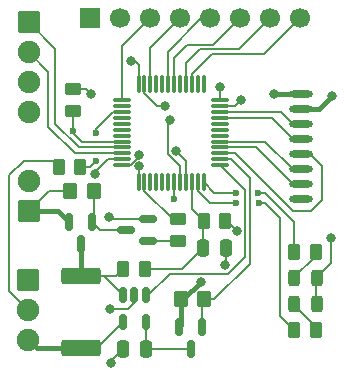
<source format=gbr>
%TF.GenerationSoftware,KiCad,Pcbnew,9.0.1*%
%TF.CreationDate,2025-08-27T22:57:26+02:00*%
%TF.ProjectId,ventilation,76656e74-696c-4617-9469-6f6e2e6b6963,rev?*%
%TF.SameCoordinates,Original*%
%TF.FileFunction,Copper,L1,Top*%
%TF.FilePolarity,Positive*%
%FSLAX46Y46*%
G04 Gerber Fmt 4.6, Leading zero omitted, Abs format (unit mm)*
G04 Created by KiCad (PCBNEW 9.0.1) date 2025-08-27 22:57:26*
%MOMM*%
%LPD*%
G01*
G04 APERTURE LIST*
G04 Aperture macros list*
%AMRoundRect*
0 Rectangle with rounded corners*
0 $1 Rounding radius*
0 $2 $3 $4 $5 $6 $7 $8 $9 X,Y pos of 4 corners*
0 Add a 4 corners polygon primitive as box body*
4,1,4,$2,$3,$4,$5,$6,$7,$8,$9,$2,$3,0*
0 Add four circle primitives for the rounded corners*
1,1,$1+$1,$2,$3*
1,1,$1+$1,$4,$5*
1,1,$1+$1,$6,$7*
1,1,$1+$1,$8,$9*
0 Add four rect primitives between the rounded corners*
20,1,$1+$1,$2,$3,$4,$5,0*
20,1,$1+$1,$4,$5,$6,$7,0*
20,1,$1+$1,$6,$7,$8,$9,0*
20,1,$1+$1,$8,$9,$2,$3,0*%
G04 Aperture macros list end*
%TA.AperFunction,SMDPad,CuDef*%
%ADD10RoundRect,0.250000X0.262500X0.450000X-0.262500X0.450000X-0.262500X-0.450000X0.262500X-0.450000X0*%
%TD*%
%TA.AperFunction,ComponentPad*%
%ADD11RoundRect,0.285750X-0.666750X-0.666750X0.666750X-0.666750X0.666750X0.666750X-0.666750X0.666750X0*%
%TD*%
%TA.AperFunction,ComponentPad*%
%ADD12C,1.905000*%
%TD*%
%TA.AperFunction,SMDPad,CuDef*%
%ADD13RoundRect,0.243750X-0.243750X-0.456250X0.243750X-0.456250X0.243750X0.456250X-0.243750X0.456250X0*%
%TD*%
%TA.AperFunction,SMDPad,CuDef*%
%ADD14RoundRect,0.150000X-0.150000X0.512500X-0.150000X-0.512500X0.150000X-0.512500X0.150000X0.512500X0*%
%TD*%
%TA.AperFunction,SMDPad,CuDef*%
%ADD15RoundRect,0.150000X-0.150000X0.587500X-0.150000X-0.587500X0.150000X-0.587500X0.150000X0.587500X0*%
%TD*%
%TA.AperFunction,SMDPad,CuDef*%
%ADD16RoundRect,0.150000X0.587500X0.150000X-0.587500X0.150000X-0.587500X-0.150000X0.587500X-0.150000X0*%
%TD*%
%TA.AperFunction,ComponentPad*%
%ADD17R,1.700000X1.700000*%
%TD*%
%TA.AperFunction,ComponentPad*%
%ADD18C,1.700000*%
%TD*%
%TA.AperFunction,SMDPad,CuDef*%
%ADD19RoundRect,0.250000X0.250000X0.475000X-0.250000X0.475000X-0.250000X-0.475000X0.250000X-0.475000X0*%
%TD*%
%TA.AperFunction,SMDPad,CuDef*%
%ADD20RoundRect,0.250000X-0.350000X-0.450000X0.350000X-0.450000X0.350000X0.450000X-0.350000X0.450000X0*%
%TD*%
%TA.AperFunction,SMDPad,CuDef*%
%ADD21RoundRect,0.250000X-0.450000X0.262500X-0.450000X-0.262500X0.450000X-0.262500X0.450000X0.262500X0*%
%TD*%
%TA.AperFunction,SMDPad,CuDef*%
%ADD22RoundRect,0.249999X1.425001X-0.450001X1.425001X0.450001X-1.425001X0.450001X-1.425001X-0.450001X0*%
%TD*%
%TA.AperFunction,SMDPad,CuDef*%
%ADD23O,2.000000X0.600000*%
%TD*%
%TA.AperFunction,SMDPad,CuDef*%
%ADD24RoundRect,0.250000X0.450000X-0.262500X0.450000X0.262500X-0.450000X0.262500X-0.450000X-0.262500X0*%
%TD*%
%TA.AperFunction,SMDPad,CuDef*%
%ADD25RoundRect,0.250000X0.350000X0.450000X-0.350000X0.450000X-0.350000X-0.450000X0.350000X-0.450000X0*%
%TD*%
%TA.AperFunction,SMDPad,CuDef*%
%ADD26RoundRect,0.075000X0.075000X-0.662500X0.075000X0.662500X-0.075000X0.662500X-0.075000X-0.662500X0*%
%TD*%
%TA.AperFunction,SMDPad,CuDef*%
%ADD27RoundRect,0.075000X0.662500X-0.075000X0.662500X0.075000X-0.662500X0.075000X-0.662500X-0.075000X0*%
%TD*%
%TA.AperFunction,SMDPad,CuDef*%
%ADD28RoundRect,0.250000X-0.250000X-0.475000X0.250000X-0.475000X0.250000X0.475000X-0.250000X0.475000X0*%
%TD*%
%TA.AperFunction,SMDPad,CuDef*%
%ADD29RoundRect,0.250000X-0.262500X-0.450000X0.262500X-0.450000X0.262500X0.450000X-0.262500X0.450000X0*%
%TD*%
%TA.AperFunction,ViaPad*%
%ADD30C,0.800000*%
%TD*%
%TA.AperFunction,ViaPad*%
%ADD31C,0.600000*%
%TD*%
%TA.AperFunction,Conductor*%
%ADD32C,0.200000*%
%TD*%
%TA.AperFunction,Conductor*%
%ADD33C,0.400000*%
%TD*%
G04 APERTURE END LIST*
D10*
%TO.P,R5,1*%
%TO.N,/LED_GREEN_R*%
X185637500Y-94400000D03*
%TO.P,R5,2*%
%TO.N,/LED_GREEN*%
X183812500Y-94400000D03*
%TD*%
D11*
%TO.P,J5,1,Pin_1*%
%TO.N,GND*%
X161300000Y-96745000D03*
D12*
%TO.P,J5,2,Pin_2*%
%TO.N,/SIG_SERVO*%
X161300000Y-99285000D03*
%TO.P,J5,3,Pin_3*%
%TO.N,/SHUNT_N*%
X161300000Y-101825000D03*
%TD*%
D13*
%TO.P,D2,1,K*%
%TO.N,/LED_GREEN_R*%
X183827500Y-96585000D03*
%TO.P,D2,2,A*%
%TO.N,+3V3*%
X185702500Y-96585000D03*
%TD*%
D14*
%TO.P,U3,1*%
%TO.N,/INA_OUT*%
X171225000Y-98025000D03*
%TO.P,U3,2,GND*%
%TO.N,GND*%
X170275000Y-98025000D03*
%TO.P,U3,3,+*%
%TO.N,/SHUNT_P*%
X169325000Y-98025000D03*
%TO.P,U3,4,-*%
%TO.N,/SHUNT_N*%
X169325000Y-100300000D03*
%TO.P,U3,5,V+*%
%TO.N,/INA_VCC*%
X171225000Y-100300000D03*
%TD*%
D10*
%TO.P,R7,1*%
%TO.N,/ADC_V_EXT*%
X171175000Y-95825000D03*
%TO.P,R7,2*%
%TO.N,/SHUNT_P*%
X169350000Y-95825000D03*
%TD*%
D15*
%TO.P,Q1,1,G*%
%TO.N,/G_FET*%
X166675000Y-91825000D03*
%TO.P,Q1,2,S*%
%TO.N,+BATT*%
X164775000Y-91825000D03*
%TO.P,Q1,3,D*%
%TO.N,/SHUNT_P*%
X165725000Y-93700000D03*
%TD*%
D16*
%TO.P,Q2,1,B*%
%TO.N,/B_NPN*%
X171450000Y-93475000D03*
%TO.P,Q2,2,E*%
%TO.N,GND*%
X171450000Y-91575000D03*
%TO.P,Q2,3,C*%
%TO.N,/G_FET*%
X169575000Y-92525000D03*
%TD*%
D17*
%TO.P,J4,1,Pin_1*%
%TO.N,GND*%
X166500000Y-74600000D03*
D18*
%TO.P,J4,2,Pin_2*%
%TO.N,+3V3*%
X169040000Y-74600000D03*
%TO.P,J4,3,Pin_3*%
%TO.N,/SWCLK*%
X171580000Y-74600000D03*
%TO.P,J4,4,Pin_4*%
%TO.N,/SWDIO*%
X174120000Y-74600000D03*
%TO.P,J4,5,Pin_5*%
%TO.N,/USART1_RX*%
X176660000Y-74600000D03*
%TO.P,J4,6,Pin_6*%
%TO.N,/USART1_TX*%
X179200000Y-74600000D03*
%TO.P,J4,7,Pin_7*%
%TO.N,/PB15*%
X181740000Y-74600000D03*
%TO.P,J4,8,Pin_8*%
%TO.N,/PB14*%
X184280000Y-74600000D03*
%TD*%
D19*
%TO.P,C9,1*%
%TO.N,GND*%
X178025000Y-94025000D03*
%TO.P,C9,2*%
%TO.N,/ADC_V_EXT*%
X176125000Y-94025000D03*
%TD*%
D20*
%TO.P,R16,1*%
%TO.N,+3V3*%
X174200000Y-98400000D03*
%TO.P,R16,2*%
%TO.N,/SW_I_SERVO*%
X176200000Y-98400000D03*
%TD*%
D13*
%TO.P,D1,1,K*%
%TO.N,/LED_RED_R*%
X183827500Y-98815000D03*
%TO.P,D1,2,A*%
%TO.N,+3V3*%
X185702500Y-98815000D03*
%TD*%
D12*
%TO.P,J1,1,Pin_1*%
%TO.N,GND*%
X161325000Y-88360000D03*
D11*
%TO.P,J1,2,Pin_2*%
%TO.N,+BATT*%
X161325000Y-90900000D03*
%TD*%
D21*
%TO.P,R6,1*%
%TO.N,/SW_SERVO*%
X174000000Y-91587500D03*
%TO.P,R6,2*%
%TO.N,/B_NPN*%
X174000000Y-93412500D03*
%TD*%
D10*
%TO.P,R8,1*%
%TO.N,GND*%
X177975000Y-91750000D03*
%TO.P,R8,2*%
%TO.N,/ADC_V_EXT*%
X176150000Y-91750000D03*
%TD*%
D22*
%TO.P,R15,1*%
%TO.N,/SHUNT_N*%
X165775000Y-102525000D03*
%TO.P,R15,2*%
%TO.N,/SHUNT_P*%
X165775000Y-96425000D03*
%TD*%
D11*
%TO.P,J2,1,Pin_1*%
%TO.N,/I2C_SCL*%
X161350000Y-74925000D03*
D12*
%TO.P,J2,2,Pin_2*%
%TO.N,/I2C_SDA*%
X161350000Y-77465000D03*
%TO.P,J2,3,Pin_3*%
%TO.N,GND*%
X161350000Y-80005000D03*
%TO.P,J2,4,Pin_4*%
%TO.N,+3V3*%
X161350000Y-82545000D03*
%TD*%
D23*
%TO.P,NRF1,1,VCC*%
%TO.N,+3V3*%
X184412500Y-81005000D03*
%TO.P,NRF1,2,GND*%
%TO.N,GND*%
X184412500Y-82275000D03*
%TO.P,NRF1,3,CE*%
%TO.N,/SPI_CE*%
X184412500Y-83545000D03*
%TO.P,NRF1,4,CSN*%
%TO.N,/SPI_CSN*%
X184412500Y-84815000D03*
%TO.P,NRF1,5,SCK*%
%TO.N,/SPI_SCK*%
X184412500Y-86085000D03*
%TO.P,NRF1,6,MOSI*%
%TO.N,/SPI_MOSI*%
X184412500Y-87355000D03*
%TO.P,NRF1,7,MISO*%
%TO.N,/SPI_MISO*%
X184412500Y-88625000D03*
%TO.P,NRF1,8,IRQ*%
%TO.N,unconnected-(NRF1-IRQ-Pad8)*%
X184412500Y-89895000D03*
%TD*%
D15*
%TO.P,Q3,1,G*%
%TO.N,/SW_I_SERVO*%
X176000000Y-100700000D03*
%TO.P,Q3,2,S*%
%TO.N,+3V3*%
X174100000Y-100700000D03*
%TO.P,Q3,3,D*%
%TO.N,/INA_VCC*%
X175050000Y-102575000D03*
%TD*%
D10*
%TO.P,R4,1*%
%TO.N,/LED_RED_R*%
X185637500Y-101000000D03*
%TO.P,R4,2*%
%TO.N,/LED_RED*%
X183812500Y-101000000D03*
%TD*%
D24*
%TO.P,R2,1*%
%TO.N,/BOOT*%
X165100000Y-82400000D03*
%TO.P,R2,2*%
%TO.N,GND*%
X165100000Y-80575000D03*
%TD*%
D25*
%TO.P,R3,1*%
%TO.N,/G_FET*%
X166825000Y-89200000D03*
%TO.P,R3,2*%
%TO.N,+BATT*%
X164825000Y-89200000D03*
%TD*%
D26*
%TO.P,U1,1,VDD*%
%TO.N,+3V3*%
X170637500Y-88437500D03*
%TO.P,U1,2,PC13*%
%TO.N,/SW_SERVO*%
X171137500Y-88437500D03*
%TO.P,U1,3,PC14*%
%TO.N,unconnected-(U1-PC14-Pad3)*%
X171637500Y-88437500D03*
%TO.P,U1,4,PC15*%
%TO.N,unconnected-(U1-PC15-Pad4)*%
X172137500Y-88437500D03*
%TO.P,U1,5,PH0*%
%TO.N,unconnected-(U1-PH0-Pad5)*%
X172637500Y-88437500D03*
%TO.P,U1,6,PH1*%
%TO.N,unconnected-(U1-PH1-Pad6)*%
X173137500Y-88437500D03*
%TO.P,U1,7,NRST*%
%TO.N,/RESET*%
X173637500Y-88437500D03*
%TO.P,U1,8,VSSA*%
%TO.N,GND*%
X174137500Y-88437500D03*
%TO.P,U1,9,VDDA*%
%TO.N,+3V3*%
X174637500Y-88437500D03*
%TO.P,U1,10,PA0*%
%TO.N,/ADC_V_EXT*%
X175137500Y-88437500D03*
%TO.P,U1,11,PA1*%
%TO.N,/LED_RED*%
X175637500Y-88437500D03*
%TO.P,U1,12,PA2*%
%TO.N,/LED_GREEN*%
X176137500Y-88437500D03*
D27*
%TO.P,U1,13,PA3*%
%TO.N,/INA_OUT*%
X177550000Y-87025000D03*
%TO.P,U1,14,PA4*%
%TO.N,/SW_I_SERVO*%
X177550000Y-86525000D03*
%TO.P,U1,15,PA5*%
%TO.N,/SPI_SCK*%
X177550000Y-86025000D03*
%TO.P,U1,16,PA6*%
%TO.N,/SPI_MISO*%
X177550000Y-85525000D03*
%TO.P,U1,17,PA7*%
%TO.N,/SPI_MOSI*%
X177550000Y-85025000D03*
%TO.P,U1,18,PB0*%
%TO.N,unconnected-(U1-PB0-Pad18)*%
X177550000Y-84525000D03*
%TO.P,U1,19,PB1*%
%TO.N,unconnected-(U1-PB1-Pad19)*%
X177550000Y-84025000D03*
%TO.P,U1,20,PB2*%
%TO.N,unconnected-(U1-PB2-Pad20)*%
X177550000Y-83525000D03*
%TO.P,U1,21,PB10*%
%TO.N,/SPI_CSN*%
X177550000Y-83025000D03*
%TO.P,U1,22,PB11*%
%TO.N,/SPI_CE*%
X177550000Y-82525000D03*
%TO.P,U1,23,VSS*%
%TO.N,GND*%
X177550000Y-82025000D03*
%TO.P,U1,24,VDD*%
%TO.N,+3V3*%
X177550000Y-81525000D03*
D26*
%TO.P,U1,25,PB12*%
%TO.N,unconnected-(U1-PB12-Pad25)*%
X176137500Y-80112500D03*
%TO.P,U1,26,PB13*%
%TO.N,unconnected-(U1-PB13-Pad26)*%
X175637500Y-80112500D03*
%TO.P,U1,27,PB14*%
%TO.N,/PB14*%
X175137500Y-80112500D03*
%TO.P,U1,28,PB15*%
%TO.N,/PB15*%
X174637500Y-80112500D03*
%TO.P,U1,29,PA8*%
%TO.N,unconnected-(U1-PA8-Pad29)*%
X174137500Y-80112500D03*
%TO.P,U1,30,PA9*%
%TO.N,/USART1_TX*%
X173637500Y-80112500D03*
%TO.P,U1,31,PA10*%
%TO.N,/USART1_RX*%
X173137500Y-80112500D03*
%TO.P,U1,32,PA11*%
%TO.N,unconnected-(U1-PA11-Pad32)*%
X172637500Y-80112500D03*
%TO.P,U1,33,PA12*%
%TO.N,unconnected-(U1-PA12-Pad33)*%
X172137500Y-80112500D03*
%TO.P,U1,34,PA13*%
%TO.N,/SWDIO*%
X171637500Y-80112500D03*
%TO.P,U1,35,VSS*%
%TO.N,GND*%
X171137500Y-80112500D03*
%TO.P,U1,36,VDDIO2*%
%TO.N,+3V3*%
X170637500Y-80112500D03*
D27*
%TO.P,U1,37,PA14*%
%TO.N,/SWCLK*%
X169225000Y-81525000D03*
%TO.P,U1,38,PA15*%
%TO.N,unconnected-(U1-PA15-Pad38)*%
X169225000Y-82025000D03*
%TO.P,U1,39,PB3*%
%TO.N,/SIG_SERVO_OUT*%
X169225000Y-82525000D03*
%TO.P,U1,40,PB4*%
%TO.N,unconnected-(U1-PB4-Pad40)*%
X169225000Y-83025000D03*
%TO.P,U1,41,PB5*%
%TO.N,unconnected-(U1-PB5-Pad41)*%
X169225000Y-83525000D03*
%TO.P,U1,42,PB6*%
%TO.N,unconnected-(U1-PB6-Pad42)*%
X169225000Y-84025000D03*
%TO.P,U1,43,PB7*%
%TO.N,unconnected-(U1-PB7-Pad43)*%
X169225000Y-84525000D03*
%TO.P,U1,44,BOOT0*%
%TO.N,/BOOT*%
X169225000Y-85025000D03*
%TO.P,U1,45,PB8*%
%TO.N,/I2C_SCL*%
X169225000Y-85525000D03*
%TO.P,U1,46,PB9*%
%TO.N,/I2C_SDA*%
X169225000Y-86025000D03*
%TO.P,U1,47,VSS*%
%TO.N,GND*%
X169225000Y-86525000D03*
%TO.P,U1,48,VDD*%
%TO.N,+3V3*%
X169225000Y-87025000D03*
%TD*%
D28*
%TO.P,C12,1*%
%TO.N,GND*%
X169325000Y-102575000D03*
%TO.P,C12,2*%
%TO.N,/INA_VCC*%
X171225000Y-102575000D03*
%TD*%
D29*
%TO.P,R11,1*%
%TO.N,/SIG_SERVO*%
X163887500Y-87200000D03*
%TO.P,R11,2*%
%TO.N,/SIG_SERVO_OUT*%
X165712500Y-87200000D03*
%TD*%
D30*
%TO.N,GND*%
X173300000Y-83200000D03*
X168100000Y-91400000D03*
X178950000Y-92600000D03*
X172900000Y-82000000D03*
X179300000Y-81500000D03*
X168300000Y-103800000D03*
X168200000Y-99200000D03*
X187000000Y-81200000D03*
X166937287Y-87746608D03*
X177992525Y-95442525D03*
X166600000Y-81000000D03*
%TO.N,+3V3*%
X186900000Y-93200000D03*
X177500000Y-80400000D03*
X175900000Y-96900000D03*
X182100000Y-81000000D03*
X170700000Y-87100000D03*
X170700000Y-86200000D03*
X170000000Y-78200000D03*
X173800000Y-85800000D03*
D31*
%TO.N,/RESET*%
X173625000Y-89925000D03*
%TO.N,/BOOT*%
X165074265Y-84125735D03*
%TO.N,/LED_RED*%
X180800000Y-90225000D03*
X178850000Y-90250000D03*
%TO.N,/LED_GREEN*%
X180750000Y-89386765D03*
X178850000Y-89350000D03*
%TO.N,/SIG_SERVO_OUT*%
X167000000Y-84300000D03*
X167000000Y-86700000D03*
%TD*%
D32*
%TO.N,GND*%
X171137500Y-80937500D02*
X172200000Y-82000000D01*
X178150000Y-91750000D02*
X179000000Y-92600000D01*
X173099000Y-83401000D02*
X173300000Y-83200000D01*
X177975000Y-91750000D02*
X178150000Y-91750000D01*
X178025000Y-95475000D02*
X178000000Y-95500000D01*
X173099000Y-86090364D02*
X173099000Y-83401000D01*
X171137500Y-80112500D02*
X171137500Y-80937500D01*
X169225000Y-86525000D02*
X168075000Y-86525000D01*
X165100000Y-80575000D02*
X166175000Y-80575000D01*
X166175000Y-80575000D02*
X166600000Y-81000000D01*
X178000000Y-95500000D02*
X177992525Y-95492525D01*
D33*
X184412500Y-82275000D02*
X185925000Y-82275000D01*
D32*
X171450000Y-91575000D02*
X168275000Y-91575000D01*
X169325000Y-102575000D02*
X168300000Y-103600000D01*
X174137500Y-88437500D02*
X174137500Y-87128864D01*
X168300000Y-103600000D02*
X168300000Y-103800000D01*
X179000000Y-92600000D02*
X178950000Y-92600000D01*
X168075000Y-86525000D02*
X166900000Y-87700000D01*
X172900000Y-82000000D02*
X172800000Y-82000000D01*
X177550000Y-82025000D02*
X178775000Y-82025000D01*
D33*
X185925000Y-82275000D02*
X187000000Y-81200000D01*
D32*
X178775000Y-82025000D02*
X179300000Y-81500000D01*
X178025000Y-94025000D02*
X178025000Y-95475000D01*
X169762499Y-99200000D02*
X168200000Y-99200000D01*
X170275000Y-98687499D02*
X169762499Y-99200000D01*
X166937287Y-87737287D02*
X166937287Y-87746608D01*
X177992525Y-95492525D02*
X177992525Y-95442525D01*
X174137500Y-87128864D02*
X173099000Y-86090364D01*
X166900000Y-87700000D02*
X166937287Y-87737287D01*
X172200000Y-82000000D02*
X172900000Y-82000000D01*
X168275000Y-91575000D02*
X168100000Y-91400000D01*
X170275000Y-98025000D02*
X170275000Y-98687499D01*
%TO.N,+3V3*%
X174637500Y-88437500D02*
X174637500Y-86637500D01*
X177550000Y-81525000D02*
X177550000Y-80450000D01*
D33*
X174200000Y-98400000D02*
X174200000Y-100600000D01*
D32*
X185622500Y-96585000D02*
X186900000Y-95307500D01*
D33*
X174400000Y-98400000D02*
X175900000Y-96900000D01*
D32*
X185622500Y-96585000D02*
X185622500Y-98815000D01*
X170637500Y-80112500D02*
X170637500Y-78537500D01*
X169225000Y-87025000D02*
X169996324Y-87025000D01*
D33*
X174200000Y-98400000D02*
X174400000Y-98400000D01*
D32*
X170700000Y-86321324D02*
X170700000Y-86200000D01*
X174637500Y-86637500D02*
X173800000Y-85800000D01*
X170637500Y-78537500D02*
X170300000Y-78200000D01*
X169996324Y-87025000D02*
X170700000Y-86321324D01*
D33*
X184412500Y-81005000D02*
X182105000Y-81005000D01*
X174200000Y-100600000D02*
X174100000Y-100700000D01*
X182105000Y-81005000D02*
X182100000Y-81000000D01*
D32*
X170637500Y-87162500D02*
X170700000Y-87100000D01*
X170300000Y-78200000D02*
X170000000Y-78200000D01*
X177550000Y-80450000D02*
X177500000Y-80400000D01*
X186900000Y-95307500D02*
X186900000Y-93200000D01*
X170637500Y-88437500D02*
X170637500Y-87162500D01*
%TO.N,/RESET*%
X173637500Y-88437500D02*
X173637500Y-89912500D01*
X173637500Y-89912500D02*
X173625000Y-89925000D01*
%TO.N,/ADC_V_EXT*%
X176125000Y-91775000D02*
X176150000Y-91750000D01*
X174325000Y-95825000D02*
X176125000Y-94025000D01*
X175137500Y-90737500D02*
X176150000Y-91750000D01*
X175137500Y-88437500D02*
X175137500Y-90737500D01*
X176125000Y-94025000D02*
X176125000Y-91775000D01*
X171175000Y-95825000D02*
X174325000Y-95825000D01*
%TO.N,/USART1_TX*%
X176975000Y-76825000D02*
X179200000Y-74600000D01*
X174725000Y-76825000D02*
X176975000Y-76825000D01*
X173637500Y-77912500D02*
X174725000Y-76825000D01*
X173637500Y-80112500D02*
X173637500Y-77912500D01*
%TO.N,/SWDIO*%
X174120000Y-74600000D02*
X171637500Y-77082500D01*
X171637500Y-77082500D02*
X171637500Y-80112500D01*
%TO.N,/USART1_RX*%
X175950000Y-74600000D02*
X173137500Y-77412500D01*
X173137500Y-77412500D02*
X173137500Y-80112500D01*
X176660000Y-74600000D02*
X175950000Y-74600000D01*
%TO.N,/SWCLK*%
X169225000Y-76955000D02*
X169225000Y-81525000D01*
X171580000Y-74600000D02*
X169225000Y-76955000D01*
%TO.N,/I2C_SDA*%
X165225000Y-86025000D02*
X163000000Y-83800000D01*
X169225000Y-86025000D02*
X165225000Y-86025000D01*
X163000000Y-79115000D02*
X161350000Y-77465000D01*
X163000000Y-83800000D02*
X163000000Y-79115000D01*
%TO.N,/I2C_SCL*%
X163600000Y-77175000D02*
X161350000Y-74925000D01*
X169225000Y-85525000D02*
X165625000Y-85525000D01*
X165625000Y-85525000D02*
X163600000Y-83500000D01*
X163600000Y-83500000D02*
X163600000Y-77175000D01*
%TO.N,/SIG_SERVO*%
X163387500Y-86700000D02*
X163887500Y-87200000D01*
X160900000Y-86700000D02*
X163387500Y-86700000D01*
X159700000Y-87900000D02*
X159700000Y-97685000D01*
X160900000Y-86700000D02*
X159700000Y-87900000D01*
X159700000Y-97685000D02*
X161300000Y-99285000D01*
%TO.N,/SPI_CSN*%
X184412500Y-84815000D02*
X183712500Y-84815000D01*
X181922500Y-83025000D02*
X177550000Y-83025000D01*
X183712500Y-84815000D02*
X181922500Y-83025000D01*
%TO.N,/SPI_SCK*%
X186125000Y-90000000D02*
X185225000Y-90900000D01*
X183675000Y-90900000D02*
X178800000Y-86025000D01*
X178800000Y-86025000D02*
X177550000Y-86025000D01*
X184412500Y-86085000D02*
X185112500Y-86085000D01*
X185112500Y-86085000D02*
X186125000Y-87097500D01*
X185225000Y-90900000D02*
X183675000Y-90900000D01*
X186125000Y-87097500D02*
X186125000Y-90000000D01*
%TO.N,/SPI_MISO*%
X184412500Y-88625000D02*
X183712500Y-88625000D01*
X183712500Y-88625000D02*
X180612500Y-85525000D01*
X180612500Y-85525000D02*
X177550000Y-85525000D01*
%TO.N,/SPI_CE*%
X184412500Y-83545000D02*
X183712500Y-83545000D01*
X183712500Y-83545000D02*
X182692500Y-82525000D01*
X182692500Y-82525000D02*
X177550000Y-82525000D01*
%TO.N,/SPI_MOSI*%
X181382500Y-85025000D02*
X177550000Y-85025000D01*
X183712500Y-87355000D02*
X181382500Y-85025000D01*
X184412500Y-87355000D02*
X183712500Y-87355000D01*
%TO.N,+BATT*%
X163025000Y-89200000D02*
X161325000Y-90900000D01*
D33*
X163850000Y-90900000D02*
X161325000Y-90900000D01*
X164775000Y-91825000D02*
X163850000Y-90900000D01*
D32*
X164825000Y-89200000D02*
X163025000Y-89200000D01*
%TO.N,/G_FET*%
X169575000Y-92525000D02*
X167375000Y-92525000D01*
X167375000Y-92525000D02*
X166675000Y-91825000D01*
X166825000Y-89200000D02*
X166825000Y-91675000D01*
X166825000Y-91675000D02*
X166675000Y-91825000D01*
%TO.N,/B_NPN*%
X171512500Y-93412500D02*
X171450000Y-93475000D01*
X174000000Y-93412500D02*
X171512500Y-93412500D01*
%TO.N,/BOOT*%
X165825000Y-85025000D02*
X165000000Y-84200000D01*
X165100000Y-84100000D02*
X165074265Y-84125735D01*
X169225000Y-85025000D02*
X165825000Y-85025000D01*
X165100000Y-82400000D02*
X165100000Y-84100000D01*
X165000000Y-84200000D02*
X165074265Y-84125735D01*
%TO.N,/LED_RED*%
X175637500Y-88437500D02*
X175637500Y-89208824D01*
X183812500Y-101000000D02*
X182575000Y-99762500D01*
X182575000Y-91475000D02*
X181325000Y-90225000D01*
X182575000Y-99762500D02*
X182575000Y-91475000D01*
X176678676Y-90250000D02*
X178850000Y-90250000D01*
X175637500Y-89208824D02*
X176678676Y-90250000D01*
X181325000Y-90225000D02*
X180800000Y-90225000D01*
%TO.N,/LED_GREEN*%
X183812500Y-94400000D02*
X183812500Y-91862500D01*
X176137500Y-88437500D02*
X177050000Y-89350000D01*
X183812500Y-91862500D02*
X181336765Y-89386765D01*
X181336765Y-89386765D02*
X180750000Y-89386765D01*
X177050000Y-89350000D02*
X178850000Y-89350000D01*
%TO.N,/SW_SERVO*%
X173662500Y-91250000D02*
X174000000Y-91587500D01*
X171137500Y-88437500D02*
X171137500Y-89208824D01*
X171137500Y-89208824D02*
X173516176Y-91587500D01*
X173516176Y-91587500D02*
X174000000Y-91587500D01*
%TO.N,/SIG_SERVO_OUT*%
X167000000Y-83978676D02*
X167000000Y-84300000D01*
X166500000Y-87200000D02*
X167000000Y-86700000D01*
X165712500Y-87200000D02*
X166500000Y-87200000D01*
X169225000Y-82525000D02*
X168453676Y-82525000D01*
X168453676Y-82525000D02*
X167000000Y-83978676D01*
%TO.N,/PB15*%
X174637500Y-80112500D02*
X174637500Y-78387500D01*
X179114000Y-77226000D02*
X181740000Y-74600000D01*
X174637500Y-78387500D02*
X175799000Y-77226000D01*
X175799000Y-77226000D02*
X179114000Y-77226000D01*
%TO.N,/PB14*%
X176851676Y-77627000D02*
X181253000Y-77627000D01*
X175137500Y-79341176D02*
X176851676Y-77627000D01*
X175137500Y-80112500D02*
X175137500Y-79341176D01*
X181253000Y-77627000D02*
X184280000Y-74600000D01*
%TO.N,/SW_I_SERVO*%
X180050000Y-95400000D02*
X177050000Y-98400000D01*
X180050000Y-88125000D02*
X180050000Y-95400000D01*
X176200000Y-98400000D02*
X176200000Y-98600000D01*
X176000000Y-98800000D02*
X176000000Y-100700000D01*
X177550000Y-86525000D02*
X178450000Y-86525000D01*
X177050000Y-98400000D02*
X176200000Y-98400000D01*
X176200000Y-98600000D02*
X176000000Y-98800000D01*
X178450000Y-86525000D02*
X180050000Y-88125000D01*
D33*
%TO.N,/SHUNT_N*%
X162000000Y-102525000D02*
X161300000Y-101825000D01*
D32*
X169325000Y-100300000D02*
X167100000Y-102525000D01*
X167100000Y-102525000D02*
X165775000Y-102525000D01*
D33*
X165775000Y-102525000D02*
X162000000Y-102525000D01*
D32*
%TO.N,/SHUNT_P*%
X169325000Y-98025000D02*
X167725000Y-96425000D01*
X168750000Y-96425000D02*
X169350000Y-95825000D01*
X165775000Y-96425000D02*
X168750000Y-96425000D01*
D33*
X165725000Y-93700000D02*
X165725000Y-96375000D01*
D32*
X167725000Y-96425000D02*
X165775000Y-96425000D01*
X165725000Y-96375000D02*
X165775000Y-96425000D01*
%TO.N,/INA_VCC*%
X171225000Y-100300000D02*
X171225000Y-102575000D01*
X171225000Y-102575000D02*
X175050000Y-102575000D01*
%TO.N,/INA_OUT*%
X171475000Y-98025000D02*
X171225000Y-98025000D01*
X179650000Y-94775000D02*
X178225000Y-96200000D01*
X178225000Y-96200000D02*
X174517100Y-96200000D01*
X174517100Y-96200000D02*
X174491100Y-96226000D01*
X177550000Y-87025000D02*
X179650000Y-89125000D01*
X179650000Y-89125000D02*
X179650000Y-94775000D01*
X174491100Y-96226000D02*
X173274000Y-96226000D01*
X173274000Y-96226000D02*
X171475000Y-98025000D01*
%TO.N,/LED_RED_R*%
X183747500Y-98815000D02*
X185637500Y-100705000D01*
X185637500Y-100705000D02*
X185637500Y-101000000D01*
%TO.N,/LED_GREEN_R*%
X185637500Y-94400000D02*
X185637500Y-94695000D01*
X185637500Y-94695000D02*
X183747500Y-96585000D01*
%TD*%
M02*

</source>
